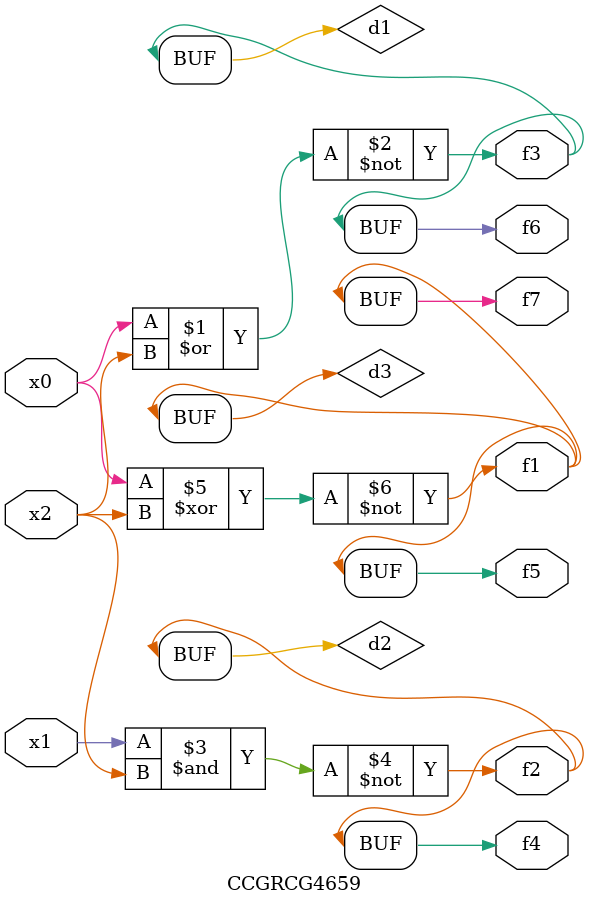
<source format=v>
module CCGRCG4659(
	input x0, x1, x2,
	output f1, f2, f3, f4, f5, f6, f7
);

	wire d1, d2, d3;

	nor (d1, x0, x2);
	nand (d2, x1, x2);
	xnor (d3, x0, x2);
	assign f1 = d3;
	assign f2 = d2;
	assign f3 = d1;
	assign f4 = d2;
	assign f5 = d3;
	assign f6 = d1;
	assign f7 = d3;
endmodule

</source>
